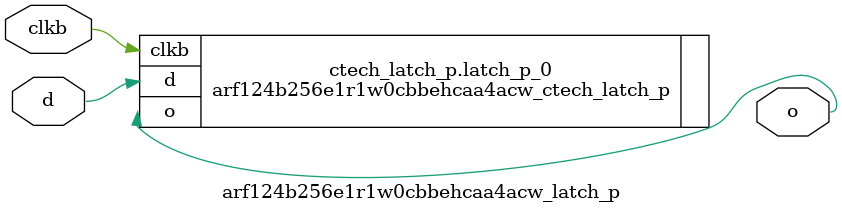
<source format=sv>

`ifndef ARF124B256E1R1W0CBBEHCAA4ACW_LATCH_P_SV
`define ARF124B256E1R1W0CBBEHCAA4ACW_LATCH_P_SV

module arf124b256e1r1w0cbbehcaa4acw_latch_p #
(
  parameter CTECH = 1
)
(
  output logic o,
  input  logic d,
  input  logic clkb
);

  if (CTECH == 1) begin: ctech_latch_p
    arf124b256e1r1w0cbbehcaa4acw_ctech_latch_p latch_p_0 (.o(o),.d(d),.clkb(clkb));
  end
  else begin
    always_latch begin
      if (~clkb) begin
        o <= d;
      end
    end
  end

endmodule // arf124b256e1r1w0cbbehcaa4acw_latch_p

`endif // ARF124B256E1R1W0CBBEHCAA4ACW_LATCH_P_SV
</source>
